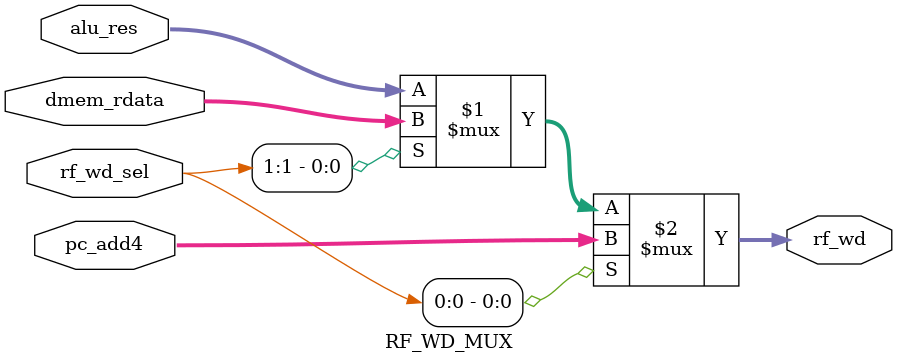
<source format=v>
module RF_WD_MUX (
    input           [31: 0]     pc_add4     ,
    input           [31: 0]     alu_res     ,
    input           [31: 0]     dmem_rdata  ,
    input           [ 1: 0]     rf_wd_sel   ,  
    output          [31: 0]     rf_wd
);
assign rf_wd = rf_wd_sel[0] ? pc_add4       :
               rf_wd_sel[1] ? dmem_rdata    : 
                              alu_res       ;
endmodule
</source>
